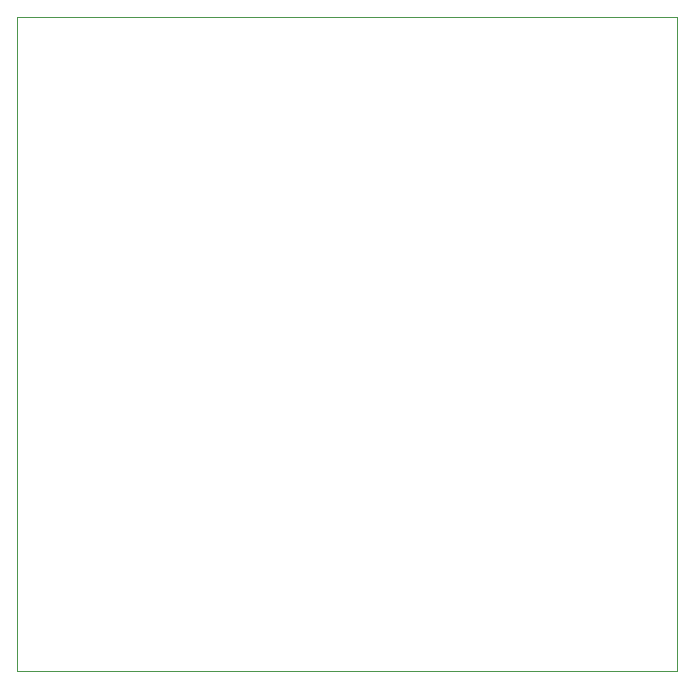
<source format=gbr>
%TF.GenerationSoftware,KiCad,Pcbnew,9.0.0*%
%TF.CreationDate,2025-03-14T15:45:12-07:00*%
%TF.ProjectId,TouchDRO,546f7563-6844-4524-9f2e-6b696361645f,0.2*%
%TF.SameCoordinates,Original*%
%TF.FileFunction,Profile,NP*%
%FSLAX46Y46*%
G04 Gerber Fmt 4.6, Leading zero omitted, Abs format (unit mm)*
G04 Created by KiCad (PCBNEW 9.0.0) date 2025-03-14 15:45:12*
%MOMM*%
%LPD*%
G01*
G04 APERTURE LIST*
%TA.AperFunction,Profile*%
%ADD10C,0.100000*%
%TD*%
G04 APERTURE END LIST*
D10*
X45720000Y-37846000D02*
X101600000Y-37846000D01*
X101600000Y-93218000D01*
X45720000Y-93218000D01*
X45720000Y-37846000D01*
M02*

</source>
